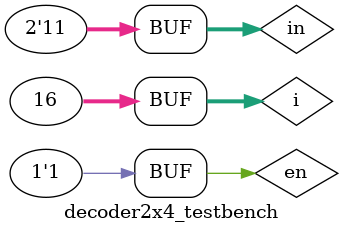
<source format=sv>


`timescale 1ps / 1ps

module decoder2x4 (out, in, en);
  output logic [3:0] out;
  input logic [1:0] in;
  input logic en;

  logic [1:0] tmp;

  decoder1x2 dec0 (.out(tmp), .in(in[1]), .en);
  decoder1x2 dec1 (.out(out[3:2]), .in(in[0]), .en(tmp[1]));
  decoder1x2 dec2 (.out(out[1:0]), .in(in[0]), .en(tmp[0]));  
endmodule

module decoder2x4_testbench();
  logic [3:0] out;
  logic [1:0] in;
  logic en;

  decoder2x4 dut (.out, .in, .en);
  integer i;
  initial begin
    for(i = 0; i < 16; i++) begin
      {en, in} = i; #10;
    end
  end
endmodule
</source>
